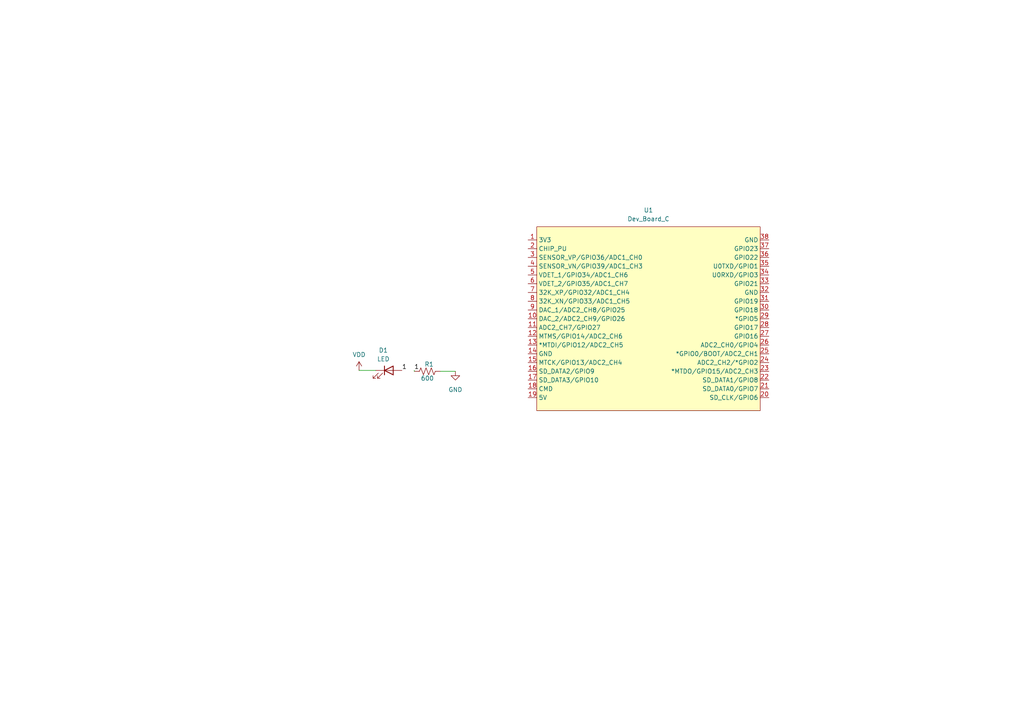
<source format=kicad_sch>
(kicad_sch (version 20230121) (generator eeschema)
  (paper "A4")
  (lib_symbols
    (symbol "AERO:Dev_Board_C"
      (property "Reference" "U" (at 0 0 0))
      (property "Value" "Dev_Board_C" (at 0 0 0))
      (symbol "Dev_Board_C_0_0"
        (pin power_in line (at -36.83 -6.35 0) (length 2.54) (name "GND") (number "14"))
        (pin power_in line (at -36.83 -19.05 0) (length 2.54) (name "5V") (number "19"))
      )
      (symbol "Dev_Board_C_0_1"
        (rectangle (start -34.29 30.48) (end 30.48 -22.86) (fill (type background)))
      )
      (symbol "Dev_Board_C_1_1"
        (pin power_in line (at -36.83 26.67 0) (length 2.54) (name "3V3") (number "1"))
        (pin bidirectional line (at -36.83 3.81 0) (length 2.54) (name "DAC_2/ADC2_CH9/GPIO26") (number "10"))
        (pin bidirectional line (at -36.83 1.27 0) (length 2.54) (name "ADC2_CH7/GPIO27") (number "11"))
        (pin bidirectional line (at -36.83 -1.27 0) (length 2.54) (name "MTMS/GPIO14/ADC2_CH6") (number "12"))
        (pin bidirectional line (at -36.83 -3.81 0) (length 2.54) (name "*MTDI/GPIO12/ADC2_CH5") (number "13"))
        (pin bidirectional line (at -36.83 -8.89 0) (length 2.54) (name "MTCK/GPIO13/ADC2_CH4") (number "15"))
        (pin bidirectional line (at -36.83 -11.43 0) (length 2.54) (name "SD_DATA2/GPIO9") (number "16"))
        (pin bidirectional line (at -36.83 -13.97 0) (length 2.54) (name "SD_DATA3/GPIO10") (number "17"))
        (pin bidirectional line (at -36.83 -16.51 0) (length 2.54) (name "CMD") (number "18"))
        (pin input line (at -36.83 24.13 0) (length 2.54) (name "CHIP_PU") (number "2"))
        (pin bidirectional line (at 33.02 -19.05 180) (length 2.54) (name "SD_CLK/GPIO6") (number "20"))
        (pin bidirectional line (at 33.02 -16.51 180) (length 2.54) (name "SD_DATA0/GPIO7") (number "21"))
        (pin bidirectional line (at 33.02 -13.97 180) (length 2.54) (name "SD_DATA1/GPIO8") (number "22"))
        (pin bidirectional line (at 33.02 -11.43 180) (length 2.54) (name "*MTDO/GPIO15/ADC2_CH3") (number "23"))
        (pin bidirectional line (at 33.02 -8.89 180) (length 2.54) (name "ADC2_CH2/*GPIO2") (number "24"))
        (pin bidirectional line (at 33.02 -6.35 180) (length 2.54) (name "*GPIO0/BOOT/ADC2_CH1") (number "25"))
        (pin bidirectional line (at 33.02 -3.81 180) (length 2.54) (name "ADC2_CH0/GPIO4") (number "26"))
        (pin bidirectional line (at 33.02 -1.27 180) (length 2.54) (name "GPIO16") (number "27"))
        (pin bidirectional line (at 33.02 1.27 180) (length 2.54) (name "GPIO17") (number "28"))
        (pin bidirectional line (at 33.02 3.81 180) (length 2.54) (name "*GPIO5") (number "29"))
        (pin input line (at -36.83 21.59 0) (length 2.54) (name "SENSOR_VP/GPIO36/ADC1_CH0") (number "3"))
        (pin bidirectional line (at 33.02 6.35 180) (length 2.54) (name "GPIO18") (number "30"))
        (pin bidirectional line (at 33.02 8.89 180) (length 2.54) (name "GPIO19") (number "31"))
        (pin power_in line (at 33.02 11.43 180) (length 2.54) (name "GND") (number "32"))
        (pin bidirectional line (at 33.02 13.97 180) (length 2.54) (name "GPIO21") (number "33"))
        (pin bidirectional line (at 33.02 16.51 180) (length 2.54) (name "U0RXD/GPIO3") (number "34"))
        (pin bidirectional line (at 33.02 19.05 180) (length 2.54) (name "U0TXD/GPIO1") (number "35"))
        (pin bidirectional line (at 33.02 21.59 180) (length 2.54) (name "GPIO22") (number "36"))
        (pin bidirectional line (at 33.02 24.13 180) (length 2.54) (name "GPIO23") (number "37"))
        (pin power_in line (at 33.02 26.67 180) (length 2.54) (name "GND") (number "38"))
        (pin input line (at -36.83 19.05 0) (length 2.54) (name "SENSOR_VN/GPIO39/ADC1_CH3") (number "4"))
        (pin input line (at -36.83 16.51 0) (length 2.54) (name "VDET_1/GPIO34/ADC1_CH6") (number "5"))
        (pin input line (at -36.83 13.97 0) (length 2.54) (name "VDET_2/GPIO35/ADC1_CH7") (number "6"))
        (pin bidirectional line (at -36.83 11.43 0) (length 2.54) (name "32K_XP/GPIO32/ADC1_CH4") (number "7"))
        (pin bidirectional line (at -36.83 8.89 0) (length 2.54) (name "32K_XN/GPIO33/ADC1_CH5") (number "8"))
        (pin bidirectional line (at -36.83 6.35 0) (length 2.54) (name "DAC_1/ADC2_CH8/GPIO25") (number "9"))
      )
    )
    (symbol "Device:LED" (pin_numbers hide) (pin_names (offset 1.016) hide)
      (property "Reference" "D" (at 0 2.54 0))
      (property "Value" "LED" (at 0 -2.54 0))
      (symbol "LED_0_1"
        (polyline (pts (xy -1.27 -1.27) (xy -1.27 1.27)) (stroke (width 0.254)))
        (polyline (pts (xy -1.27 0) (xy 1.27 0)))
        (polyline (pts (xy 1.27 -1.27) (xy 1.27 1.27) (xy -1.27 0) (xy 1.27 -1.27)) (stroke (width 0.254)))
        (polyline (pts (xy -3.048 -0.762) (xy -4.572 -2.286) (xy -3.81 -2.286) (xy -4.572 -2.286) (xy -4.572 -1.524)))
        (polyline (pts (xy -1.778 -0.762) (xy -3.302 -2.286) (xy -2.54 -2.286) (xy -3.302 -2.286) (xy -3.302 -1.524)))
      )
      (symbol "LED_1_1"
        (pin passive line (at -3.81 0 0) (length 2.54) (name "K") (number "1"))
        (pin passive line (at 3.81 0 180) (length 2.54) (name "A") (number "2"))
      )
    )
    (symbol "Device:R_US" (pin_numbers hide) (pin_names (offset 0))
      (property "Reference" "R" (at 2.54 0 90))
      (property "Value" "R_US" (at -2.54 0 90))
      (symbol "R_US_0_1"
        (polyline (pts (xy 0 -2.286) (xy 0 -2.54)))
        (polyline (pts (xy 0 2.286) (xy 0 2.54)))
        (polyline (pts (xy 0 -0.762) (xy 1.016 -1.143) (xy 0 -1.524) (xy -1.016 -1.905) (xy 0 -2.286)))
        (polyline (pts (xy 0 0.762) (xy 1.016 0.381) (xy 0 0) (xy -1.016 -0.381) (xy 0 -0.762)))
        (polyline (pts (xy 0 2.286) (xy 1.016 1.905) (xy 0 1.524) (xy -1.016 1.143) (xy 0 0.762)))
      )
      (symbol "R_US_1_1"
        (pin passive line (at 0 3.81 270) (length 1.27) (name "~") (number "1"))
        (pin passive line (at 0 -3.81 90) (length 1.27) (name "~") (number "2"))
      )
    )
    (symbol "power:GND" (power) (pin_names (offset 0))
      (property "Value" "GND" (at 0 -3.81 0))
      (symbol "GND_0_1"
        (polyline (pts (xy 0 0) (xy 0 -1.27) (xy 1.27 -1.27) (xy 0 -2.54) (xy -1.27 -1.27) (xy 0 -1.27)))
      )
      (symbol "GND_1_1"
        (pin power_in line (at 0 0 270) (length 0) hide (name "GND") (number "1"))
      )
    )
    (symbol "power:VDD" (power) (pin_names (offset 0))
      (property "Value" "VDD" (at 0 3.81 0))
      (symbol "VDD_0_1"
        (polyline (pts (xy -0.762 1.27) (xy 0 2.54)))
        (polyline (pts (xy 0 0) (xy 0 2.54)))
        (polyline (pts (xy 0 2.54) (xy 0.762 1.27)))
      )
      (symbol "VDD_1_1"
        (pin power_in line (at 0 0 90) (length 0) hide (name "VDD") (number "1"))
      )
    )
  )
  (wire (pts (xy 127.762 107.696) (xy 132.08 107.696)))
  (wire (pts (xy 120.142 107.442) (xy 120.142 107.696)))
  (wire (pts (xy 104.14 107.442) (xy 108.966 107.442)))
  (label "1" (at 120.142 107.442 0))
  (label "1" (at 116.586 107.442 0))
  (symbol (lib_id "power:VDD") (at 104.14 107.442 0) (unit 1)
    (property "Reference" "#PWR02" (effects hide))
    (property "Value" "VDD" (at 104.14 102.87 0))
  )
  (symbol (lib_id "power:GND") (at 132.08 107.696 0) (unit 1)
    (property "Reference" "#PWR01" (effects hide))
    (property "Value" "GND" (at 132.08 113.03 0))
  )
  (symbol (lib_id "Device:LED") (at 112.776 107.442 0) (unit 1)
    (property "Reference" "D1" (at 111.1885 101.6 0))
    (property "Value" "LED" (at 111.1885 104.14 0))
    (property "Footprint" "LED_SMD:LED_0603_1608Metric_Pad1.05x0.95mm_HandSolder" (effects hide))
  )
  (symbol (lib_id "Device:R_US") (at 123.952 107.696 90) (unit 1)
    (property "Reference" "R1" (at 124.46 105.664 90))
    (property "Value" "600" (at 123.952 109.728 90))
    (property "Footprint" "PCM_Resistor_SMD_AKL:R_0603_1608Metric_Pad0.98x0.95mm" (effects hide))
  )
  (symbol (lib_id "AERO:Dev_Board_C") (at 189.992 96.266 0) (unit 1)
    (property "Reference" "U1" (at 188.087 60.96 0))
    (property "Value" "Dev_Board_C" (at 188.087 63.5 0))
    (property "Footprint" "AERO_Footprints:ESP32-DEV C" (effects hide))
  )
)
</source>
